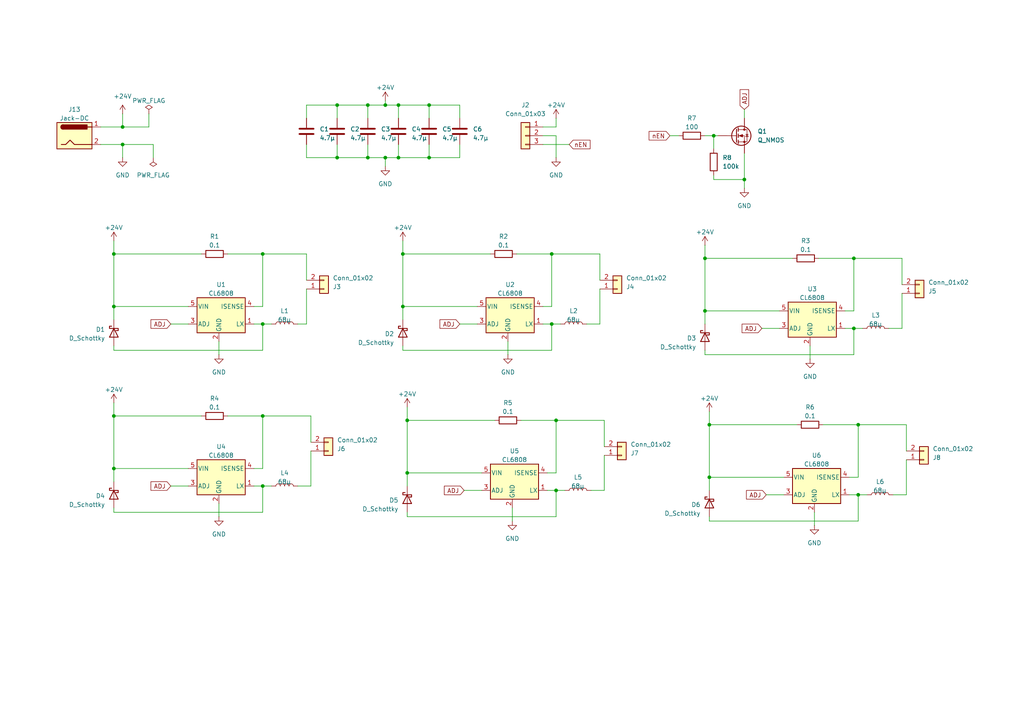
<source format=kicad_sch>
(kicad_sch (version 20250114) (generator "eeschema") (generator_version "9.0")
  (paper "A4")
  (lib_symbols
    (symbol "Connector:Jack-DC" (pin_names (offset 1.016))
      (property "Reference" "J" (at 0 5.334 0))
      (property "Value" "Jack-DC" (at 0 -5.08 0))
      (symbol "Jack-DC_0_1"
        (rectangle (start -5.08 3.81) (end 5.08 -3.81) (stroke (width 0.254)) (fill (type background)))
        (polyline (pts (xy -3.81 -2.54) (xy -2.54 -2.54) (xy -1.27 -1.27) (xy 0 -2.54) (xy 2.54 -2.54) (xy 5.08 -2.54)) (stroke (width 0.254)))
        (arc (start -3.302 1.905) (mid -3.9343 2.54) (end -3.302 3.175) (stroke (width 0.254)))
        (arc (start -3.302 1.905) (mid -3.9343 2.54) (end -3.302 3.175) (stroke (width 0.254)) (fill (type outline)))
        (rectangle (start 3.683 3.175) (end -3.302 1.905) (stroke (width 0.254)) (fill (type outline)))
        (polyline (pts (xy 5.08 2.54) (xy 3.81 2.54)) (stroke (width 0.254)))
      )
      (symbol "Jack-DC_1_1"
        (pin passive line (at 7.62 2.54 180) (length 2.54) (name "~") (number "1"))
        (pin passive line (at 7.62 -2.54 180) (length 2.54) (name "~") (number "2"))
      )
    )
    (symbol "Connector_Generic:Conn_01x02" (pin_names (offset 1.016) (hide yes))
      (property "Reference" "J" (at 0 2.54 0))
      (property "Value" "Conn_01x02" (at 0 -5.08 0))
      (symbol "Conn_01x02_1_1"
        (rectangle (start -1.27 1.27) (end 1.27 -3.81) (stroke (width 0.254)) (fill (type background)))
        (rectangle (start -1.27 0.127) (end 0 -0.127) (stroke (width 0.1524)))
        (rectangle (start -1.27 -2.413) (end 0 -2.667) (stroke (width 0.1524)))
        (pin passive line (at -5.08 0 0) (length 3.81) (name "Pin_1") (number "1"))
        (pin passive line (at -5.08 -2.54 0) (length 3.81) (name "Pin_2") (number "2"))
      )
    )
    (symbol "Connector_Generic:Conn_01x03" (pin_names (offset 1.016) (hide yes))
      (property "Reference" "J" (at 0 5.08 0))
      (property "Value" "Conn_01x03" (at 0 -5.08 0))
      (symbol "Conn_01x03_1_1"
        (rectangle (start -1.27 3.81) (end 1.27 -3.81) (stroke (width 0.254)) (fill (type background)))
        (rectangle (start -1.27 2.667) (end 0 2.413) (stroke (width 0.1524)))
        (rectangle (start -1.27 0.127) (end 0 -0.127) (stroke (width 0.1524)))
        (rectangle (start -1.27 -2.413) (end 0 -2.667) (stroke (width 0.1524)))
        (pin passive line (at -5.08 2.54 0) (length 3.81) (name "Pin_1") (number "1"))
        (pin passive line (at -5.08 0 0) (length 3.81) (name "Pin_2") (number "2"))
        (pin passive line (at -5.08 -2.54 0) (length 3.81) (name "Pin_3") (number "3"))
      )
    )
    (symbol "Device:C" (pin_numbers (hide yes)) (pin_names (offset 0.254))
      (property "Reference" "C" (at 0.635 2.54 0))
      (property "Value" "C" (at 0.635 -2.54 0))
      (symbol "C_0_1"
        (polyline (pts (xy -2.032 0.762) (xy 2.032 0.762)) (stroke (width 0.508)))
        (polyline (pts (xy -2.032 -0.762) (xy 2.032 -0.762)) (stroke (width 0.508)))
      )
      (symbol "C_1_1"
        (pin passive line (at 0 3.81 270) (length 2.794) (name "~") (number "1"))
        (pin passive line (at 0 -3.81 90) (length 2.794) (name "~") (number "2"))
      )
    )
    (symbol "Device:D_Schottky" (pin_numbers (hide yes)) (pin_names (offset 1.016) (hide yes))
      (property "Reference" "D" (at 0 2.54 0))
      (property "Value" "D_Schottky" (at 0 -2.54 0))
      (symbol "D_Schottky_0_1"
        (polyline (pts (xy -1.905 0.635) (xy -1.905 1.27) (xy -1.27 1.27) (xy -1.27 -1.27) (xy -0.635 -1.27) (xy -0.635 -0.635)) (stroke (width 0.254)))
        (polyline (pts (xy 1.27 1.27) (xy 1.27 -1.27) (xy -1.27 0) (xy 1.27 1.27)) (stroke (width 0.254)))
        (polyline (pts (xy 1.27 0) (xy -1.27 0)))
      )
      (symbol "D_Schottky_1_1"
        (pin passive line (at -3.81 0 0) (length 2.54) (name "K") (number "1"))
        (pin passive line (at 3.81 0 180) (length 2.54) (name "A") (number "2"))
      )
    )
    (symbol "Device:L" (pin_numbers (hide yes)) (pin_names (offset 1.016) (hide yes))
      (property "Reference" "L" (at -1.27 0 90))
      (property "Value" "L" (at 1.905 0 90))
      (symbol "L_0_1"
        (arc (start 0 2.54) (mid 0.6323 1.905) (end 0 1.27))
        (arc (start 0 1.27) (mid 0.6323 0.635) (end 0 0))
        (arc (start 0 0) (mid 0.6323 -0.635) (end 0 -1.27))
        (arc (start 0 -1.27) (mid 0.6323 -1.905) (end 0 -2.54))
      )
      (symbol "L_1_1"
        (pin passive line (at 0 3.81 270) (length 1.27) (name "1") (number "1"))
        (pin passive line (at 0 -3.81 90) (length 1.27) (name "2") (number "2"))
      )
    )
    (symbol "Device:Q_NMOS" (pin_numbers (hide yes)) (pin_names (offset 0) (hide yes))
      (property "Reference" "Q1" (at 6.35 1.2701 0))
      (property "Value" "Q_NMOS" (at 6.35 -1.2699 0))
      (symbol "Q_NMOS_0_1"
        (polyline (pts (xy 0.254 1.905) (xy 0.254 -1.905)) (stroke (width 0.254)))
        (polyline (pts (xy 0.254 0) (xy -2.54 0)))
        (polyline (pts (xy 0.762 2.286) (xy 0.762 1.27)) (stroke (width 0.254)))
        (polyline (pts (xy 0.762 0.508) (xy 0.762 -0.508)) (stroke (width 0.254)))
        (polyline (pts (xy 0.762 -1.27) (xy 0.762 -2.286)) (stroke (width 0.254)))
        (polyline (pts (xy 0.762 -1.778) (xy 3.302 -1.778) (xy 3.302 1.778) (xy 0.762 1.778)))
        (polyline (pts (xy 1.016 0) (xy 2.032 0.381) (xy 2.032 -0.381) (xy 1.016 0)) (fill (type outline)))
        (circle (center 1.651 0) (radius 2.794) (stroke (width 0.254)))
        (polyline (pts (xy 2.54 2.54) (xy 2.54 1.778)))
        (circle (center 2.54 1.778) (radius 0.254) (fill (type outline)))
        (circle (center 2.54 -1.778) (radius 0.254) (fill (type outline)))
        (polyline (pts (xy 2.54 -2.54) (xy 2.54 0) (xy 0.762 0)))
        (polyline (pts (xy 2.921 0.381) (xy 3.683 0.381)))
        (polyline (pts (xy 3.302 0.381) (xy 2.921 -0.254) (xy 3.683 -0.254) (xy 3.302 0.381)))
      )
      (symbol "Q_NMOS_1_1"
        (pin input line (at -5.08 0 0) (length 2.54) (name "G") (number "1"))
        (pin passive line (at 2.54 5.08 270) (length 2.54) (name "D") (number "3"))
        (pin passive line (at 2.54 -5.08 90) (length 2.54) (name "S") (number "2"))
      )
    )
    (symbol "Device:R" (pin_numbers (hide yes)) (pin_names (offset 0))
      (property "Reference" "R" (at 2.032 0 90))
      (property "Value" "R" (at 0 0 90))
      (symbol "R_0_1"
        (rectangle (start -1.016 -2.54) (end 1.016 2.54) (stroke (width 0.254)))
      )
      (symbol "R_1_1"
        (pin passive line (at 0 3.81 270) (length 1.27) (name "~") (number "1"))
        (pin passive line (at 0 -3.81 90) (length 1.27) (name "~") (number "2"))
      )
    )
    (symbol "Driver_LED:IS31LT3360" (pin_names (offset 0.254))
      (property "Reference" "U" (at -5.08 8.89 0))
      (property "Value" "IS31LT3360" (at 5.08 8.89 0))
      (symbol "IS31LT3360_0_1"
        (rectangle (start -6.35 7.62) (end 7.62 -2.54) (stroke (width 0.254)) (fill (type background)))
      )
      (symbol "IS31LT3360_1_1"
        (pin power_in line (at -8.89 5.08 0) (length 2.54) (name "VIN") (number "5"))
        (pin input line (at -8.89 0 0) (length 2.54) (name "ADJ") (number "3"))
        (pin power_in line (at 0 -5.08 90) (length 2.54) (name "GND") (number "2"))
        (pin input line (at 10.16 5.08 180) (length 2.54) (name "ISENSE") (number "4"))
        (pin open_collector line (at 10.16 0 180) (length 2.54) (name "LX") (number "1"))
      )
    )
    (symbol "power:+24V" (power) (pin_numbers (hide yes)) (pin_names (offset 0) (hide yes))
      (property "Value" "+24V" (at 0 3.556 0))
      (symbol "+24V_0_1"
        (polyline (pts (xy -0.762 1.27) (xy 0 2.54)))
        (polyline (pts (xy 0 2.54) (xy 0.762 1.27)))
        (polyline (pts (xy 0 0) (xy 0 2.54)))
      )
      (symbol "+24V_1_1"
        (pin power_in line (at 0 0 90) (length 0) (name "~") (number "1"))
      )
    )
    (symbol "power:GND" (power) (pin_numbers (hide yes)) (pin_names (offset 0) (hide yes))
      (property "Value" "GND" (at 0 -3.81 0))
      (symbol "GND_0_1"
        (polyline (pts (xy 0 0) (xy 0 -1.27) (xy 1.27 -1.27) (xy 0 -2.54) (xy -1.27 -1.27) (xy 0 -1.27)))
      )
      (symbol "GND_1_1"
        (pin power_in line (at 0 0 270) (length 0) (name "~") (number "1"))
      )
    )
    (symbol "power:PWR_FLAG" (power) (pin_numbers (hide yes)) (pin_names (offset 0) (hide yes))
      (property "Value" "PWR_FLAG" (at 0 3.81 0))
      (symbol "PWR_FLAG_0_0"
        (pin power_out line (at 0 0 90) (length 0) (name "~") (number "1"))
      )
      (symbol "PWR_FLAG_0_1"
        (polyline (pts (xy 0 0) (xy 0 1.27) (xy -1.016 1.905) (xy 0 2.54) (xy 1.016 1.905) (xy 0 1.27)))
      )
    )
  )
  (junction (at 204.47 90.17))
  (junction (at 33.02 120.65))
  (junction (at 247.65 74.93))
  (junction (at 161.29 142.24))
  (junction (at 111.76 45.72))
  (junction (at 248.92 143.51))
  (junction (at 124.46 45.72))
  (junction (at 116.84 73.66))
  (junction (at 33.02 88.9))
  (junction (at 207.01 39.37))
  (junction (at 204.47 74.93))
  (junction (at 35.56 41.91))
  (junction (at 115.57 45.72))
  (junction (at 76.2 73.66))
  (junction (at 76.2 140.97))
  (junction (at 205.74 123.19))
  (junction (at 205.74 138.43))
  (junction (at 118.11 137.16))
  (junction (at 160.02 73.66))
  (junction (at 161.29 121.92))
  (junction (at 124.46 30.48))
  (junction (at 106.68 45.72))
  (junction (at 160.02 93.98))
  (junction (at 97.79 45.72))
  (junction (at 33.02 73.66))
  (junction (at 118.11 121.92))
  (junction (at 97.79 30.48))
  (junction (at 116.84 88.9))
  (junction (at 115.57 30.48))
  (junction (at 215.9 52.07))
  (junction (at 106.68 30.48))
  (junction (at 76.2 93.98))
  (junction (at 76.2 120.65))
  (junction (at 248.92 123.19))
  (junction (at 33.02 135.89))
  (junction (at 35.56 36.83))
  (junction (at 247.65 95.25))
  (junction (at 111.76 30.48))
  (wire (pts (xy 215.9 52.07) (xy 215.9 54.61)))
  (wire (pts (xy 33.02 73.66) (xy 58.42 73.66)))
  (wire (pts (xy 111.76 45.72) (xy 106.68 45.72)))
  (wire (pts (xy 118.11 137.16) (xy 118.11 140.97)))
  (wire (pts (xy 247.65 74.93) (xy 247.65 90.17)))
  (wire (pts (xy 63.5 146.05) (xy 63.5 149.86)))
  (wire (pts (xy 29.21 36.83) (xy 35.56 36.83)))
  (wire (pts (xy 161.29 39.37) (xy 157.48 39.37)))
  (wire (pts (xy 33.02 135.89) (xy 33.02 120.65)))
  (wire (pts (xy 115.57 45.72) (xy 111.76 45.72)))
  (wire (pts (xy 76.2 140.97) (xy 78.74 140.97)))
  (wire (pts (xy 49.53 140.97) (xy 54.61 140.97)))
  (wire (pts (xy 247.65 95.25) (xy 250.19 95.25)))
  (wire (pts (xy 111.76 30.48) (xy 106.68 30.48)))
  (wire (pts (xy 175.26 121.92) (xy 175.26 129.54)))
  (wire (pts (xy 124.46 45.72) (xy 115.57 45.72)))
  (wire (pts (xy 33.02 135.89) (xy 54.61 135.89)))
  (wire (pts (xy 29.21 41.91) (xy 35.56 41.91)))
  (wire (pts (xy 247.65 90.17) (xy 245.11 90.17)))
  (wire (pts (xy 33.02 135.89) (xy 33.02 139.7)))
  (wire (pts (xy 76.2 120.65) (xy 90.17 120.65)))
  (wire (pts (xy 33.02 148.59) (xy 33.02 147.32)))
  (wire (pts (xy 124.46 41.91) (xy 124.46 45.72)))
  (wire (pts (xy 134.62 142.24) (xy 139.7 142.24)))
  (wire (pts (xy 261.62 85.09) (xy 261.62 95.25)))
  (wire (pts (xy 161.29 36.83) (xy 161.29 34.29)))
  (wire (pts (xy 194.31 39.37) (xy 196.85 39.37)))
  (wire (pts (xy 245.11 95.25) (xy 247.65 95.25)))
  (wire (pts (xy 204.47 102.87) (xy 204.47 101.6)))
  (wire (pts (xy 247.65 74.93) (xy 261.62 74.93)))
  (wire (pts (xy 207.01 52.07) (xy 207.01 50.8)))
  (wire (pts (xy 76.2 120.65) (xy 76.2 135.89)))
  (wire (pts (xy 97.79 41.91) (xy 97.79 45.72)))
  (wire (pts (xy 161.29 121.92) (xy 161.29 137.16)))
  (wire (pts (xy 116.84 88.9) (xy 116.84 92.71)))
  (wire (pts (xy 33.02 120.65) (xy 58.42 120.65)))
  (wire (pts (xy 160.02 88.9) (xy 157.48 88.9)))
  (wire (pts (xy 173.99 93.98) (xy 170.18 93.98)))
  (wire (pts (xy 161.29 142.24) (xy 163.83 142.24)))
  (wire (pts (xy 147.32 99.06) (xy 147.32 102.87)))
  (wire (pts (xy 76.2 73.66) (xy 88.9 73.66)))
  (wire (pts (xy 215.9 31.75) (xy 215.9 34.29)))
  (wire (pts (xy 151.13 121.92) (xy 161.29 121.92)))
  (wire (pts (xy 237.49 74.93) (xy 247.65 74.93)))
  (wire (pts (xy 247.65 102.87) (xy 247.65 95.25)))
  (wire (pts (xy 106.68 41.91) (xy 106.68 45.72)))
  (wire (pts (xy 44.45 45.72) (xy 44.45 41.91)))
  (wire (pts (xy 90.17 140.97) (xy 86.36 140.97)))
  (wire (pts (xy 161.29 39.37) (xy 161.29 45.72)))
  (wire (pts (xy 149.86 73.66) (xy 160.02 73.66)))
  (wire (pts (xy 118.11 137.16) (xy 118.11 121.92)))
  (wire (pts (xy 133.35 45.72) (xy 124.46 45.72)))
  (wire (pts (xy 33.02 88.9) (xy 33.02 92.71)))
  (wire (pts (xy 160.02 93.98) (xy 162.56 93.98)))
  (wire (pts (xy 116.84 69.85) (xy 116.84 73.66)))
  (wire (pts (xy 111.76 45.72) (xy 111.76 48.26)))
  (wire (pts (xy 88.9 30.48) (xy 97.79 30.48)))
  (wire (pts (xy 73.66 140.97) (xy 76.2 140.97)))
  (wire (pts (xy 33.02 101.6) (xy 33.02 100.33)))
  (wire (pts (xy 88.9 45.72) (xy 88.9 41.91)))
  (wire (pts (xy 161.29 149.86) (xy 161.29 142.24)))
  (wire (pts (xy 205.74 151.13) (xy 248.92 151.13)))
  (wire (pts (xy 88.9 73.66) (xy 88.9 81.28)))
  (wire (pts (xy 238.76 123.19) (xy 248.92 123.19)))
  (wire (pts (xy 33.02 88.9) (xy 54.61 88.9)))
  (wire (pts (xy 160.02 73.66) (xy 173.99 73.66)))
  (wire (pts (xy 33.02 148.59) (xy 76.2 148.59)))
  (wire (pts (xy 207.01 52.07) (xy 215.9 52.07)))
  (wire (pts (xy 204.47 71.12) (xy 204.47 74.93)))
  (wire (pts (xy 246.38 143.51) (xy 248.92 143.51)))
  (wire (pts (xy 148.59 147.32) (xy 148.59 151.13)))
  (wire (pts (xy 97.79 30.48) (xy 106.68 30.48)))
  (wire (pts (xy 173.99 83.82) (xy 173.99 93.98)))
  (wire (pts (xy 76.2 101.6) (xy 76.2 93.98)))
  (wire (pts (xy 49.53 93.98) (xy 54.61 93.98)))
  (wire (pts (xy 204.47 90.17) (xy 204.47 74.93)))
  (wire (pts (xy 73.66 93.98) (xy 76.2 93.98)))
  (wire (pts (xy 33.02 88.9) (xy 33.02 73.66)))
  (wire (pts (xy 248.92 143.51) (xy 251.46 143.51)))
  (wire (pts (xy 173.99 73.66) (xy 173.99 81.28)))
  (wire (pts (xy 88.9 93.98) (xy 86.36 93.98)))
  (wire (pts (xy 35.56 41.91) (xy 35.56 45.72)))
  (wire (pts (xy 133.35 34.29) (xy 133.35 30.48)))
  (wire (pts (xy 33.02 116.84) (xy 33.02 120.65)))
  (wire (pts (xy 262.89 123.19) (xy 262.89 130.81)))
  (wire (pts (xy 106.68 45.72) (xy 97.79 45.72)))
  (wire (pts (xy 160.02 73.66) (xy 160.02 88.9)))
  (wire (pts (xy 118.11 121.92) (xy 143.51 121.92)))
  (wire (pts (xy 124.46 34.29) (xy 124.46 30.48)))
  (wire (pts (xy 157.48 41.91) (xy 165.1 41.91)))
  (wire (pts (xy 76.2 88.9) (xy 73.66 88.9)))
  (wire (pts (xy 157.48 36.83) (xy 161.29 36.83)))
  (wire (pts (xy 118.11 118.11) (xy 118.11 121.92)))
  (wire (pts (xy 248.92 138.43) (xy 246.38 138.43)))
  (wire (pts (xy 205.74 119.38) (xy 205.74 123.19)))
  (wire (pts (xy 205.74 123.19) (xy 231.14 123.19)))
  (wire (pts (xy 204.47 90.17) (xy 226.06 90.17)))
  (wire (pts (xy 90.17 120.65) (xy 90.17 128.27)))
  (wire (pts (xy 124.46 30.48) (xy 115.57 30.48)))
  (wire (pts (xy 207.01 39.37) (xy 207.01 43.18)))
  (wire (pts (xy 115.57 30.48) (xy 111.76 30.48)))
  (wire (pts (xy 207.01 39.37) (xy 208.28 39.37)))
  (wire (pts (xy 116.84 73.66) (xy 142.24 73.66)))
  (wire (pts (xy 116.84 88.9) (xy 138.43 88.9)))
  (wire (pts (xy 248.92 151.13) (xy 248.92 143.51)))
  (wire (pts (xy 90.17 130.81) (xy 90.17 140.97)))
  (wire (pts (xy 43.18 36.83) (xy 35.56 36.83)))
  (wire (pts (xy 215.9 44.45) (xy 215.9 52.07)))
  (wire (pts (xy 43.18 33.02) (xy 43.18 36.83)))
  (wire (pts (xy 66.04 73.66) (xy 76.2 73.66)))
  (wire (pts (xy 76.2 93.98) (xy 78.74 93.98)))
  (wire (pts (xy 262.89 143.51) (xy 259.08 143.51)))
  (wire (pts (xy 33.02 69.85) (xy 33.02 73.66)))
  (wire (pts (xy 118.11 137.16) (xy 139.7 137.16)))
  (wire (pts (xy 115.57 41.91) (xy 115.57 45.72)))
  (wire (pts (xy 204.47 39.37) (xy 207.01 39.37)))
  (wire (pts (xy 97.79 30.48) (xy 97.79 34.29)))
  (wire (pts (xy 106.68 34.29) (xy 106.68 30.48)))
  (wire (pts (xy 204.47 74.93) (xy 229.87 74.93)))
  (wire (pts (xy 248.92 123.19) (xy 248.92 138.43)))
  (wire (pts (xy 76.2 73.66) (xy 76.2 88.9)))
  (wire (pts (xy 111.76 30.48) (xy 111.76 29.21)))
  (wire (pts (xy 261.62 95.25) (xy 257.81 95.25)))
  (wire (pts (xy 66.04 120.65) (xy 76.2 120.65)))
  (wire (pts (xy 35.56 36.83) (xy 35.56 33.02)))
  (wire (pts (xy 118.11 149.86) (xy 118.11 148.59)))
  (wire (pts (xy 220.98 95.25) (xy 226.06 95.25)))
  (wire (pts (xy 158.75 142.24) (xy 161.29 142.24)))
  (wire (pts (xy 76.2 148.59) (xy 76.2 140.97)))
  (wire (pts (xy 133.35 30.48) (xy 124.46 30.48)))
  (wire (pts (xy 222.25 143.51) (xy 227.33 143.51)))
  (wire (pts (xy 204.47 102.87) (xy 247.65 102.87)))
  (wire (pts (xy 205.74 138.43) (xy 227.33 138.43)))
  (wire (pts (xy 33.02 101.6) (xy 76.2 101.6)))
  (wire (pts (xy 248.92 123.19) (xy 262.89 123.19)))
  (wire (pts (xy 236.22 148.59) (xy 236.22 152.4)))
  (wire (pts (xy 44.45 41.91) (xy 35.56 41.91)))
  (wire (pts (xy 234.95 100.33) (xy 234.95 104.14)))
  (wire (pts (xy 76.2 135.89) (xy 73.66 135.89)))
  (wire (pts (xy 116.84 101.6) (xy 160.02 101.6)))
  (wire (pts (xy 88.9 83.82) (xy 88.9 93.98)))
  (wire (pts (xy 205.74 138.43) (xy 205.74 123.19)))
  (wire (pts (xy 204.47 90.17) (xy 204.47 93.98)))
  (wire (pts (xy 116.84 101.6) (xy 116.84 100.33)))
  (wire (pts (xy 161.29 121.92) (xy 175.26 121.92)))
  (wire (pts (xy 88.9 45.72) (xy 97.79 45.72)))
  (wire (pts (xy 205.74 151.13) (xy 205.74 149.86)))
  (wire (pts (xy 175.26 132.08) (xy 175.26 142.24)))
  (wire (pts (xy 115.57 34.29) (xy 115.57 30.48)))
  (wire (pts (xy 205.74 138.43) (xy 205.74 142.24)))
  (wire (pts (xy 160.02 101.6) (xy 160.02 93.98)))
  (wire (pts (xy 175.26 142.24) (xy 171.45 142.24)))
  (wire (pts (xy 262.89 133.35) (xy 262.89 143.51)))
  (wire (pts (xy 261.62 74.93) (xy 261.62 82.55)))
  (wire (pts (xy 133.35 41.91) (xy 133.35 45.72)))
  (wire (pts (xy 63.5 99.06) (xy 63.5 102.87)))
  (wire (pts (xy 157.48 93.98) (xy 160.02 93.98)))
  (wire (pts (xy 118.11 149.86) (xy 161.29 149.86)))
  (wire (pts (xy 161.29 137.16) (xy 158.75 137.16)))
  (wire (pts (xy 88.9 30.48) (xy 88.9 34.29)))
  (wire (pts (xy 116.84 88.9) (xy 116.84 73.66)))
  (wire (pts (xy 133.35 93.98) (xy 138.43 93.98)))
  (global_label "ADJ" (shape input) (at 133.35 93.98 180) (property "Intersheetrefs" "${INTERSHEET_REFS}" (effects (hide yes))))
  (global_label "ADJ" (shape input) (at 215.9 31.75 90) (property "Intersheetrefs" "${INTERSHEET_REFS}" (effects (hide yes))))
  (global_label "nEN" (shape input) (at 165.1 41.91 0) (property "Intersheetrefs" "${INTERSHEET_REFS}" (effects (hide yes))))
  (global_label "ADJ" (shape input) (at 49.53 93.98 180) (property "Intersheetrefs" "${INTERSHEET_REFS}" (effects (hide yes))))
  (global_label "nEN" (shape input) (at 194.31 39.37 180) (property "Intersheetrefs" "${INTERSHEET_REFS}" (effects (hide yes))))
  (global_label "ADJ" (shape input) (at 222.25 143.51 180) (property "Intersheetrefs" "${INTERSHEET_REFS}" (effects (hide yes))))
  (global_label "ADJ" (shape input) (at 134.62 142.24 180) (property "Intersheetrefs" "${INTERSHEET_REFS}" (effects (hide yes))))
  (global_label "ADJ" (shape input) (at 49.53 140.97 180) (property "Intersheetrefs" "${INTERSHEET_REFS}" (effects (hide yes))))
  (global_label "ADJ" (shape input) (at 220.98 95.25 180) (property "Intersheetrefs" "${INTERSHEET_REFS}" (effects (hide yes))))
  (symbol (lib_id "Device:R") (at 62.23 73.66 90) (unit 1)
    (property "Reference" "R1" (at 62.23 68.58 90))
    (property "Value" "0.1" (at 62.23 71.12 90))
    (property "Footprint" "Resistor_SMD:R_2512_6332Metric" (effects (hide yes)))
    (property "Datasheet" "https://akizukidenshi.com/catalog/g/g109588/" (effects (hide yes)))
    (property "Description" "Resistor" (effects (hide yes)))
  )
  (symbol (lib_id "Driver_LED:IS31LT3360") (at 236.22 143.51 0) (unit 1)
    (property "Reference" "U6" (at 236.855 132.08 0))
    (property "Value" "CL6808" (at 236.855 134.62 0))
    (property "Footprint" "Package_TO_SOT_SMD:SOT-89-5" (effects (hide yes)))
    (property "Datasheet" "https://akizukidenshi.com/goodsaffix/CL6808_p.pdf" (effects (hide yes)))
  )
  (symbol (lib_id "Device:D_Schottky") (at 33.02 96.52 90) (mirror x) (unit 1)
    (property "Reference" "D1" (at 30.48 95.5675 90) (effects (justify left)))
    (property "Value" "D_Schottky" (at 30.48 98.1075 90) (effects (justify left)))
    (property "Footprint" "Diode_SMD:D_SOD-123F" (effects (hide yes)))
    (property "Description" "Schottky diode" (effects (hide yes)))
  )
  (symbol (lib_id "power:+24V") (at 118.11 118.11 0) (unit 1)
    (property "Reference" "#PWR015" (effects (hide yes)))
    (property "Value" "+24V" (at 118.11 114.3 0))
    (property "Description" "Power symbol creates a global label with name \"+24V\"" (effects (hide yes)))
  )
  (symbol (lib_id "Device:D_Schottky") (at 205.74 146.05 90) (mirror x) (unit 1)
    (property "Reference" "D6" (at 203.2 146.3675 90) (effects (justify left)))
    (property "Value" "D_Schottky" (at 203.2 148.9075 90) (effects (justify left)))
    (property "Footprint" "Diode_SMD:D_SOD-123F" (effects (hide yes)))
    (property "Description" "Schottky diode" (effects (hide yes)))
  )
  (symbol (lib_id "Driver_LED:IS31LT3360") (at 147.32 93.98 0) (unit 1)
    (property "Reference" "U2" (at 147.955 82.55 0))
    (property "Value" "CL6808" (at 147.955 85.09 0))
    (property "Footprint" "Package_TO_SOT_SMD:SOT-89-5" (effects (hide yes)))
    (property "Datasheet" "https://akizukidenshi.com/goodsaffix/CL6808_p.pdf" (effects (hide yes)))
  )
  (symbol (lib_id "Connector_Generic:Conn_01x02") (at 93.98 83.82 0) (mirror x) (unit 1)
    (property "Reference" "J3" (at 96.52 83.185 0) (effects (justify left)))
    (property "Value" "Conn_01x02" (at 96.52 80.645 0) (effects (justify left)))
    (property "Footprint" "2060-452_998-404:2060-452_998-404" (effects (hide yes)))
    (property "Datasheet" "https://wago.priintcloud.com/datasheets/2060-452_998-404/en/d41d8cd98f00b204e9800998ecf8427e?attempt=1&signature=712088e607c8db2a1e4332d165aae8af_1iee2vob6" (effects (hide yes)))
    (property "Description" "Generic connector, single row, 01x02, script generated (kicad-library-utils/schlib/autogen/connector/)" (effects (hide yes)))
  )
  (symbol (lib_id "power:GND") (at 161.29 45.72 0) (unit 1)
    (property "Reference" "#PWR019" (effects (hide yes)))
    (property "Value" "GND" (at 161.29 50.8 0))
    (property "Description" "Power symbol creates a global label with name \"GND\" , ground" (effects (hide yes)))
  )
  (symbol (lib_id "Device:R") (at 147.32 121.92 90) (unit 1)
    (property "Reference" "R5" (at 147.32 116.84 90))
    (property "Value" "0.1" (at 147.32 119.38 90))
    (property "Footprint" "Resistor_SMD:R_2512_6332Metric" (effects (hide yes)))
    (property "Datasheet" "https://akizukidenshi.com/catalog/g/g109588/" (effects (hide yes)))
    (property "Description" "Resistor" (effects (hide yes)))
  )
  (symbol (lib_id "Device:C") (at 88.9 38.1 0) (unit 1)
    (property "Reference" "C1" (at 92.71 37.465 0) (effects (justify left)))
    (property "Value" "4.7μ" (at 92.71 40.005 0) (effects (justify left)))
    (property "Footprint" "Capacitor_SMD:C_1206_3216Metric" (effects (hide yes)))
    (property "Description" "Unpolarized capacitor" (effects (hide yes)))
  )
  (symbol (lib_id "power:GND") (at 63.5 102.87 0) (unit 1)
    (property "Reference" "#PWR03" (effects (hide yes)))
    (property "Value" "GND" (at 63.5 107.95 0))
    (property "Description" "Power symbol creates a global label with name \"GND\" , ground" (effects (hide yes)))
  )
  (symbol (lib_id "power:+24V") (at 161.29 34.29 0) (unit 1)
    (property "Reference" "#PWR06" (effects (hide yes)))
    (property "Value" "+24V" (at 161.29 30.48 0))
    (property "Description" "Power symbol creates a global label with name \"+24V\"" (effects (hide yes)))
  )
  (symbol (lib_id "Driver_LED:IS31LT3360") (at 234.95 95.25 0) (unit 1)
    (property "Reference" "U3" (at 235.585 83.82 0))
    (property "Value" "CL6808" (at 235.585 86.36 0))
    (property "Footprint" "Package_TO_SOT_SMD:SOT-89-5" (effects (hide yes)))
    (property "Datasheet" "https://akizukidenshi.com/goodsaffix/CL6808_p.pdf" (effects (hide yes)))
  )
  (symbol (lib_id "Connector_Generic:Conn_01x02") (at 95.25 130.81 0) (mirror x) (unit 1)
    (property "Reference" "J6" (at 97.79 130.175 0) (effects (justify left)))
    (property "Value" "Conn_01x02" (at 97.79 127.635 0) (effects (justify left)))
    (property "Footprint" "2060-452_998-404:2060-452_998-404" (effects (hide yes)))
    (property "Datasheet" "https://wago.priintcloud.com/datasheets/2060-452_998-404/en/d41d8cd98f00b204e9800998ecf8427e?attempt=1&signature=712088e607c8db2a1e4332d165aae8af_1iee2vob6" (effects (hide yes)))
    (property "Description" "Generic connector, single row, 01x02, script generated (kicad-library-utils/schlib/autogen/connector/)" (effects (hide yes)))
  )
  (symbol (lib_id "power:GND") (at 234.95 104.14 0) (unit 1)
    (property "Reference" "#PWR012" (effects (hide yes)))
    (property "Value" "GND" (at 234.95 109.22 0))
    (property "Description" "Power symbol creates a global label with name \"GND\" , ground" (effects (hide yes)))
  )
  (symbol (lib_id "Driver_LED:IS31LT3360") (at 63.5 93.98 0) (unit 1)
    (property "Reference" "U1" (at 64.135 82.55 0))
    (property "Value" "CL6808" (at 64.135 85.09 0))
    (property "Footprint" "Package_TO_SOT_SMD:SOT-89-5" (effects (hide yes)))
    (property "Datasheet" "https://akizukidenshi.com/goodsaffix/CL6808_p.pdf" (effects (hide yes)))
  )
  (symbol (lib_id "Device:C") (at 124.46 38.1 0) (unit 1)
    (property "Reference" "C5" (at 128.27 37.465 0) (effects (justify left)))
    (property "Value" "4.7μ" (at 128.27 40.005 0) (effects (justify left)))
    (property "Footprint" "Capacitor_SMD:C_1206_3216Metric" (effects (hide yes)))
    (property "Description" "Unpolarized capacitor" (effects (hide yes)))
  )
  (symbol (lib_id "Device:R") (at 200.66 39.37 90) (unit 1)
    (property "Reference" "R7" (at 200.66 34.29 90))
    (property "Value" "100" (at 200.66 36.83 90))
    (property "Footprint" "Resistor_SMD:R_0402_1005Metric" (effects (hide yes)))
    (property "Datasheet" "https://akizukidenshi.com/catalog/g/g109588/" (effects (hide yes)))
    (property "Description" "Resistor" (effects (hide yes)))
  )
  (symbol (lib_id "Device:D_Schottky") (at 204.47 97.79 90) (mirror x) (unit 1)
    (property "Reference" "D3" (at 201.93 98.1075 90) (effects (justify left)))
    (property "Value" "D_Schottky" (at 201.93 100.6475 90) (effects (justify left)))
    (property "Footprint" "Diode_SMD:D_SOD-123F" (effects (hide yes)))
    (property "Description" "Schottky diode" (effects (hide yes)))
  )
  (symbol (lib_id "Device:Q_NMOS") (at 213.36 39.37 0) (unit 1)
    (property "Reference" "Q1" (at 219.71 38.0999 0) (effects (justify left)))
    (property "Value" "Q_NMOS" (at 219.71 40.6399 0) (effects (justify left)))
    (property "Footprint" "Package_TO_SOT_SMD:TSOT-23_HandSoldering" (effects (hide yes)))
    (property "Datasheet" "https://akizukidenshi.com/catalog/g/g104232/" (effects (hide yes)))
    (property "Description" "N-MOSFET transistor" (effects (hide yes)))
  )
  (symbol (lib_id "Device:R") (at 234.95 123.19 90) (unit 1)
    (property "Reference" "R6" (at 234.95 118.11 90))
    (property "Value" "0.1" (at 234.95 120.65 90))
    (property "Footprint" "Resistor_SMD:R_2512_6332Metric" (effects (hide yes)))
    (property "Datasheet" "https://akizukidenshi.com/catalog/g/g109588/" (effects (hide yes)))
    (property "Description" "Resistor" (effects (hide yes)))
  )
  (symbol (lib_id "Device:C") (at 97.79 38.1 0) (unit 1)
    (property "Reference" "C2" (at 101.6 37.465 0) (effects (justify left)))
    (property "Value" "4.7μ" (at 101.6 40.005 0) (effects (justify left)))
    (property "Footprint" "Capacitor_SMD:C_1206_3216Metric" (effects (hide yes)))
    (property "Description" "Unpolarized capacitor" (effects (hide yes)))
  )
  (symbol (lib_id "power:+24V") (at 204.47 71.12 0) (unit 1)
    (property "Reference" "#PWR010" (effects (hide yes)))
    (property "Value" "+24V" (at 204.47 67.31 0))
    (property "Description" "Power symbol creates a global label with name \"+24V\"" (effects (hide yes)))
  )
  (symbol (lib_id "Driver_LED:IS31LT3360") (at 63.5 140.97 0) (unit 1)
    (property "Reference" "U4" (at 64.135 129.54 0))
    (property "Value" "CL6808" (at 64.135 132.08 0))
    (property "Footprint" "Package_TO_SOT_SMD:SOT-89-5" (effects (hide yes)))
    (property "Datasheet" "https://akizukidenshi.com/goodsaffix/CL6808_p.pdf" (effects (hide yes)))
  )
  (symbol (lib_id "Device:R") (at 146.05 73.66 90) (unit 1)
    (property "Reference" "R2" (at 146.05 68.58 90))
    (property "Value" "0.1" (at 146.05 71.12 90))
    (property "Footprint" "Resistor_SMD:R_2512_6332Metric" (effects (hide yes)))
    (property "Datasheet" "https://akizukidenshi.com/catalog/g/g109588/" (effects (hide yes)))
    (property "Description" "Resistor" (effects (hide yes)))
  )
  (symbol (lib_id "Device:C") (at 106.68 38.1 0) (unit 1)
    (property "Reference" "C3" (at 110.49 37.465 0) (effects (justify left)))
    (property "Value" "4.7μ" (at 110.49 40.005 0) (effects (justify left)))
    (property "Footprint" "Capacitor_SMD:C_1206_3216Metric" (effects (hide yes)))
    (property "Description" "Unpolarized capacitor" (effects (hide yes)))
  )
  (symbol (lib_id "Device:C") (at 133.35 38.1 0) (unit 1)
    (property "Reference" "C6" (at 137.16 37.465 0) (effects (justify left)))
    (property "Value" "4.7μ" (at 137.16 40.005 0) (effects (justify left)))
    (property "Footprint" "Capacitor_SMD:C_1206_3216Metric" (effects (hide yes)))
    (property "Description" "Unpolarized capacitor" (effects (hide yes)))
  )
  (symbol (lib_id "Device:D_Schottky") (at 118.11 144.78 90) (mirror x) (unit 1)
    (property "Reference" "D5" (at 115.57 145.0975 90) (effects (justify left)))
    (property "Value" "D_Schottky" (at 115.57 147.6375 90) (effects (justify left)))
    (property "Footprint" "Diode_SMD:D_SOD-123F" (effects (hide yes)))
    (property "Description" "Schottky diode" (effects (hide yes)))
  )
  (symbol (lib_id "Connector_Generic:Conn_01x02") (at 180.34 132.08 0) (mirror x) (unit 1)
    (property "Reference" "J7" (at 182.88 131.445 0) (effects (justify left)))
    (property "Value" "Conn_01x02" (at 182.88 128.905 0) (effects (justify left)))
    (property "Footprint" "2060-452_998-404:2060-452_998-404" (effects (hide yes)))
    (property "Datasheet" "https://wago.priintcloud.com/datasheets/2060-452_998-404/en/d41d8cd98f00b204e9800998ecf8427e?attempt=1&signature=712088e607c8db2a1e4332d165aae8af_1iee2vob6" (effects (hide yes)))
    (property "Description" "Generic connector, single row, 01x02, script generated (kicad-library-utils/schlib/autogen/connector/)" (effects (hide yes)))
  )
  (symbol (lib_id "power:GND") (at 63.5 149.86 0) (unit 1)
    (property "Reference" "#PWR014" (effects (hide yes)))
    (property "Value" "GND" (at 63.5 154.94 0))
    (property "Description" "Power symbol creates a global label with name \"GND\" , ground" (effects (hide yes)))
  )
  (symbol (lib_id "Device:R") (at 207.01 46.99 180) (unit 1)
    (property "Reference" "R8" (at 209.55 45.7199 0) (effects (justify right)))
    (property "Value" "100k" (at 209.55 48.2599 0) (effects (justify right)))
    (property "Footprint" "Resistor_SMD:R_0402_1005Metric" (effects (hide yes)))
    (property "Datasheet" "https://akizukidenshi.com/catalog/g/g109588/" (effects (hide yes)))
    (property "Description" "Resistor" (effects (hide yes)))
  )
  (symbol (lib_id "power:GND") (at 111.76 48.26 0) (unit 1)
    (property "Reference" "#PWR02" (effects (hide yes)))
    (property "Value" "GND" (at 111.76 53.34 0))
    (property "Description" "Power symbol creates a global label with name \"GND\" , ground" (effects (hide yes)))
  )
  (symbol (lib_id "power:PWR_FLAG") (at 43.18 33.02 0) (unit 1)
    (property "Reference" "#FLG01" (effects (hide yes)))
    (property "Value" "PWR_FLAG" (at 43.18 29.21 0))
    (property "Description" "Special symbol for telling ERC where power comes from" (effects (hide yes)))
  )
  (symbol (lib_id "Connector:Jack-DC") (at 21.59 39.37 0) (unit 1)
    (property "Reference" "J13" (at 21.59 31.75 0))
    (property "Value" "Jack-DC" (at 21.59 34.29 0))
    (property "Footprint" "DCJack:DCJack" (effects (hide yes)))
    (property "Description" "DC Barrel Jack" (effects (hide yes)))
  )
  (symbol (lib_id "Device:L") (at 166.37 93.98 90) (unit 1)
    (property "Reference" "L2" (at 166.37 90.17 90))
    (property "Value" "68μ" (at 166.37 92.71 90))
    (property "Footprint" "Inductor_SMD:L_Taiyo-Yuden_NR-10050_9.8x10.0mm" (effects (hide yes)))
    (property "Description" "Inductor" (effects (hide yes)))
  )
  (symbol (lib_id "Device:L") (at 82.55 93.98 90) (unit 1)
    (property "Reference" "L1" (at 82.55 90.17 90))
    (property "Value" "68μ" (at 82.55 92.71 90))
    (property "Footprint" "Inductor_SMD:L_Taiyo-Yuden_NR-10050_9.8x10.0mm" (effects (hide yes)))
    (property "Description" "Inductor" (effects (hide yes)))
  )
  (symbol (lib_id "power:+24V") (at 33.02 69.85 0) (unit 1)
    (property "Reference" "#PWR04" (effects (hide yes)))
    (property "Value" "+24V" (at 33.02 66.04 0))
    (property "Description" "Power symbol creates a global label with name \"+24V\"" (effects (hide yes)))
  )
  (symbol (lib_id "Device:L") (at 82.55 140.97 90) (unit 1)
    (property "Reference" "L4" (at 82.55 137.16 90))
    (property "Value" "68μ" (at 82.55 139.7 90))
    (property "Footprint" "Inductor_SMD:L_Taiyo-Yuden_NR-10050_9.8x10.0mm" (effects (hide yes)))
    (property "Description" "Inductor" (effects (hide yes)))
  )
  (symbol (lib_id "Device:R") (at 62.23 120.65 90) (unit 1)
    (property "Reference" "R4" (at 62.23 115.57 90))
    (property "Value" "0.1" (at 62.23 118.11 90))
    (property "Footprint" "Resistor_SMD:R_2512_6332Metric" (effects (hide yes)))
    (property "Datasheet" "https://akizukidenshi.com/catalog/g/g109588/" (effects (hide yes)))
    (property "Description" "Resistor" (effects (hide yes)))
  )
  (symbol (lib_id "power:+24V") (at 111.76 29.21 0) (unit 1)
    (property "Reference" "#PWR01" (effects (hide yes)))
    (property "Value" "+24V" (at 111.76 25.4 0))
    (property "Description" "Power symbol creates a global label with name \"+24V\"" (effects (hide yes)))
  )
  (symbol (lib_id "power:GND") (at 35.56 45.72 0) (unit 1)
    (property "Reference" "#PWR021" (effects (hide yes)))
    (property "Value" "GND" (at 35.56 50.8 0))
    (property "Description" "Power symbol creates a global label with name \"GND\" , ground" (effects (hide yes)))
  )
  (symbol (lib_id "Device:L") (at 167.64 142.24 90) (unit 1)
    (property "Reference" "L5" (at 167.64 138.43 90))
    (property "Value" "68μ" (at 167.64 140.97 90))
    (property "Footprint" "Inductor_SMD:L_Taiyo-Yuden_NR-10050_9.8x10.0mm" (effects (hide yes)))
    (property "Description" "Inductor" (effects (hide yes)))
  )
  (symbol (lib_id "power:+24V") (at 35.56 33.02 0) (unit 1)
    (property "Reference" "#PWR020" (effects (hide yes)))
    (property "Value" "+24V" (at 35.56 27.94 0))
    (property "Description" "Power symbol creates a global label with name \"+24V\"" (effects (hide yes)))
  )
  (symbol (lib_id "power:GND") (at 236.22 152.4 0) (unit 1)
    (property "Reference" "#PWR018" (effects (hide yes)))
    (property "Value" "GND" (at 236.22 157.48 0))
    (property "Description" "Power symbol creates a global label with name \"GND\" , ground" (effects (hide yes)))
  )
  (symbol (lib_id "Device:C") (at 115.57 38.1 0) (unit 1)
    (property "Reference" "C4" (at 119.38 37.465 0) (effects (justify left)))
    (property "Value" "4.7μ" (at 119.38 40.005 0) (effects (justify left)))
    (property "Footprint" "Capacitor_SMD:C_1206_3216Metric" (effects (hide yes)))
    (property "Description" "Unpolarized capacitor" (effects (hide yes)))
  )
  (symbol (lib_id "Connector_Generic:Conn_01x03") (at 152.4 39.37 0) (mirror y) (unit 1)
    (property "Reference" "J2" (at 152.4 30.48 0))
    (property "Value" "Conn_01x03" (at 152.4 33.02 0))
    (property "Footprint" "Connector_PinSocket_2.54mm:PinSocket_1x03_P2.54mm_Vertical" (effects (hide yes)))
    (property "Description" "Generic connector, single row, 01x03, script generated (kicad-library-utils/schlib/autogen/connector/)" (effects (hide yes)))
  )
  (symbol (lib_id "Device:D_Schottky") (at 116.84 96.52 90) (mirror x) (unit 1)
    (property "Reference" "D2" (at 114.3 96.8375 90) (effects (justify left)))
    (property "Value" "D_Schottky" (at 114.3 99.3775 90) (effects (justify left)))
    (property "Footprint" "Diode_SMD:D_SOD-123F" (effects (hide yes)))
    (property "Description" "Schottky diode" (effects (hide yes)))
  )
  (symbol (lib_id "Device:L") (at 255.27 143.51 90) (unit 1)
    (property "Reference" "L6" (at 255.27 139.7 90))
    (property "Value" "68μ" (at 255.27 142.24 90))
    (property "Footprint" "Inductor_SMD:L_Taiyo-Yuden_NR-10050_9.8x10.0mm" (effects (hide yes)))
    (property "Description" "Inductor" (effects (hide yes)))
  )
  (symbol (lib_id "power:PWR_FLAG") (at 44.45 45.72 180) (unit 1)
    (property "Reference" "#FLG02" (effects (hide yes)))
    (property "Value" "PWR_FLAG" (at 44.45 50.8 0))
    (property "Description" "Special symbol for telling ERC where power comes from" (effects (hide yes)))
  )
  (symbol (lib_id "Device:L") (at 254 95.25 90) (unit 1)
    (property "Reference" "L3" (at 254 91.44 90))
    (property "Value" "68μ" (at 254 93.98 90))
    (property "Footprint" "Inductor_SMD:L_Taiyo-Yuden_NR-10050_9.8x10.0mm" (effects (hide yes)))
    (property "Description" "Inductor" (effects (hide yes)))
  )
  (symbol (lib_id "power:+24V") (at 33.02 116.84 0) (unit 1)
    (property "Reference" "#PWR013" (effects (hide yes)))
    (property "Value" "+24V" (at 33.02 113.03 0))
    (property "Description" "Power symbol creates a global label with name \"+24V\"" (effects (hide yes)))
  )
  (symbol (lib_id "Connector_Generic:Conn_01x02") (at 179.07 83.82 0) (mirror x) (unit 1)
    (property "Reference" "J4" (at 181.61 83.185 0) (effects (justify left)))
    (property "Value" "Conn_01x02" (at 181.61 80.645 0) (effects (justify left)))
    (property "Footprint" "2060-452_998-404:2060-452_998-404" (effects (hide yes)))
    (property "Datasheet" "https://wago.priintcloud.com/datasheets/2060-452_998-404/en/d41d8cd98f00b204e9800998ecf8427e?attempt=1&signature=712088e607c8db2a1e4332d165aae8af_1iee2vob6" (effects (hide yes)))
    (property "Description" "Generic connector, single row, 01x02, script generated (kicad-library-utils/schlib/autogen/connector/)" (effects (hide yes)))
  )
  (symbol (lib_id "power:GND") (at 147.32 102.87 0) (unit 1)
    (property "Reference" "#PWR09" (effects (hide yes)))
    (property "Value" "GND" (at 147.32 107.95 0))
    (property "Description" "Power symbol creates a global label with name \"GND\" , ground" (effects (hide yes)))
  )
  (symbol (lib_id "power:+24V") (at 116.84 69.85 0) (unit 1)
    (property "Reference" "#PWR08" (effects (hide yes)))
    (property "Value" "+24V" (at 116.84 66.04 0))
    (property "Description" "Power symbol creates a global label with name \"+24V\"" (effects (hide yes)))
  )
  (symbol (lib_id "Connector_Generic:Conn_01x02") (at 267.97 133.35 0) (mirror x) (unit 1)
    (property "Reference" "J8" (at 270.51 132.715 0) (effects (justify left)))
    (property "Value" "Conn_01x02" (at 270.51 130.175 0) (effects (justify left)))
    (property "Footprint" "2060-452_998-404:2060-452_998-404" (effects (hide yes)))
    (property "Datasheet" "https://wago.priintcloud.com/datasheets/2060-452_998-404/en/d41d8cd98f00b204e9800998ecf8427e?attempt=1&signature=712088e607c8db2a1e4332d165aae8af_1iee2vob6" (effects (hide yes)))
    (property "Description" "Generic connector, single row, 01x02, script generated (kicad-library-utils/schlib/autogen/connector/)" (effects (hide yes)))
  )
  (symbol (lib_id "Device:R") (at 233.68 74.93 90) (unit 1)
    (property "Reference" "R3" (at 233.68 69.85 90))
    (property "Value" "0.1" (at 233.68 72.39 90))
    (property "Footprint" "Resistor_SMD:R_2512_6332Metric" (effects (hide yes)))
    (property "Datasheet" "https://akizukidenshi.com/catalog/g/g109588/" (effects (hide yes)))
    (property "Description" "Resistor" (effects (hide yes)))
  )
  (symbol (lib_id "power:GND") (at 215.9 54.61 0) (unit 1)
    (property "Reference" "#PWR05" (effects (hide yes)))
    (property "Value" "GND" (at 215.9 59.69 0))
    (property "Description" "Power symbol creates a global label with name \"GND\" , ground" (effects (hide yes)))
  )
  (symbol (lib_id "power:+24V") (at 205.74 119.38 0) (unit 1)
    (property "Reference" "#PWR017" (effects (hide yes)))
    (property "Value" "+24V" (at 205.74 115.57 0))
    (property "Description" "Power symbol creates a global label with name \"+24V\"" (effects (hide yes)))
  )
  (symbol (lib_id "Device:D_Schottky") (at 33.02 143.51 90) (mirror x) (unit 1)
    (property "Reference" "D4" (at 30.48 143.8275 90) (effects (justify left)))
    (property "Value" "D_Schottky" (at 30.48 146.3675 90) (effects (justify left)))
    (property "Footprint" "Diode_SMD:D_SOD-123F" (effects (hide yes)))
    (property "Description" "Schottky diode" (effects (hide yes)))
  )
  (symbol (lib_id "Driver_LED:IS31LT3360") (at 148.59 142.24 0) (unit 1)
    (property "Reference" "U5" (at 149.225 130.81 0))
    (property "Value" "CL6808" (at 149.225 133.35 0))
    (property "Footprint" "Package_TO_SOT_SMD:SOT-89-5" (effects (hide yes)))
    (property "Datasheet" "https://akizukidenshi.com/goodsaffix/CL6808_p.pdf" (effects (hide yes)))
  )
  (symbol (lib_id "Connector_Generic:Conn_01x02") (at 266.7 85.09 0) (mirror x) (unit 1)
    (property "Reference" "J5" (at 269.24 84.455 0) (effects (justify left)))
    (property "Value" "Conn_01x02" (at 269.24 81.915 0) (effects (justify left)))
    (property "Footprint" "2060-452_998-404:2060-452_998-404" (effects (hide yes)))
    (property "Datasheet" "https://wago.priintcloud.com/datasheets/2060-452_998-404/en/d41d8cd98f00b204e9800998ecf8427e?attempt=1&signature=712088e607c8db2a1e4332d165aae8af_1iee2vob6" (effects (hide yes)))
    (property "Description" "Generic connector, single row, 01x02, script generated (kicad-library-utils/schlib/autogen/connector/)" (effects (hide yes)))
  )
  (symbol (lib_id "power:GND") (at 148.59 151.13 0) (unit 1)
    (property "Reference" "#PWR016" (effects (hide yes)))
    (property "Value" "GND" (at 148.59 156.21 0))
    (property "Description" "Power symbol creates a global label with name \"GND\" , ground" (effects (hide yes)))
  )
)
</source>
